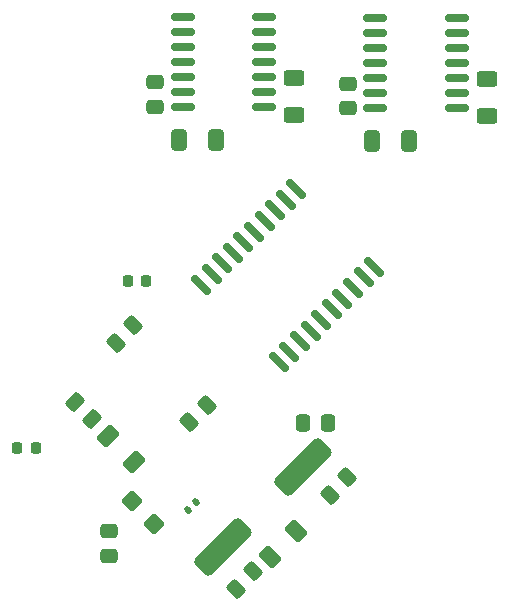
<source format=gbr>
%TF.GenerationSoftware,KiCad,Pcbnew,(6.0.6)*%
%TF.CreationDate,2022-11-26T14:51:24+01:00*%
%TF.ProjectId,wt,77742e6b-6963-4616-945f-706362585858,rev?*%
%TF.SameCoordinates,Original*%
%TF.FileFunction,Paste,Top*%
%TF.FilePolarity,Positive*%
%FSLAX46Y46*%
G04 Gerber Fmt 4.6, Leading zero omitted, Abs format (unit mm)*
G04 Created by KiCad (PCBNEW (6.0.6)) date 2022-11-26 14:51:24*
%MOMM*%
%LPD*%
G01*
G04 APERTURE LIST*
G04 Aperture macros list*
%AMRoundRect*
0 Rectangle with rounded corners*
0 $1 Rounding radius*
0 $2 $3 $4 $5 $6 $7 $8 $9 X,Y pos of 4 corners*
0 Add a 4 corners polygon primitive as box body*
4,1,4,$2,$3,$4,$5,$6,$7,$8,$9,$2,$3,0*
0 Add four circle primitives for the rounded corners*
1,1,$1+$1,$2,$3*
1,1,$1+$1,$4,$5*
1,1,$1+$1,$6,$7*
1,1,$1+$1,$8,$9*
0 Add four rect primitives between the rounded corners*
20,1,$1+$1,$2,$3,$4,$5,0*
20,1,$1+$1,$4,$5,$6,$7,0*
20,1,$1+$1,$6,$7,$8,$9,0*
20,1,$1+$1,$8,$9,$2,$3,0*%
G04 Aperture macros list end*
%ADD10RoundRect,0.500000X-1.237437X-1.944544X1.944544X1.237437X1.237437X1.944544X-1.944544X-1.237437X0*%
%ADD11RoundRect,0.250000X0.412500X0.650000X-0.412500X0.650000X-0.412500X-0.650000X0.412500X-0.650000X0*%
%ADD12RoundRect,0.250000X-0.412500X-0.650000X0.412500X-0.650000X0.412500X0.650000X-0.412500X0.650000X0*%
%ADD13RoundRect,0.225000X0.225000X0.250000X-0.225000X0.250000X-0.225000X-0.250000X0.225000X-0.250000X0*%
%ADD14RoundRect,0.250000X0.475000X-0.337500X0.475000X0.337500X-0.475000X0.337500X-0.475000X-0.337500X0*%
%ADD15RoundRect,0.250000X-0.475000X0.337500X-0.475000X-0.337500X0.475000X-0.337500X0.475000X0.337500X0*%
%ADD16RoundRect,0.225000X-0.225000X-0.250000X0.225000X-0.250000X0.225000X0.250000X-0.225000X0.250000X0*%
%ADD17RoundRect,0.250000X0.724784X0.159099X0.159099X0.724784X-0.724784X-0.159099X-0.159099X-0.724784X0*%
%ADD18RoundRect,0.250000X0.097227X-0.574524X0.574524X-0.097227X-0.097227X0.574524X-0.574524X0.097227X0*%
%ADD19RoundRect,0.250000X-0.625000X0.400000X-0.625000X-0.400000X0.625000X-0.400000X0.625000X0.400000X0*%
%ADD20RoundRect,0.150000X-0.724784X0.512652X0.512652X-0.724784X0.724784X-0.512652X-0.512652X0.724784X0*%
%ADD21RoundRect,0.140000X0.021213X-0.219203X0.219203X-0.021213X-0.021213X0.219203X-0.219203X0.021213X0*%
%ADD22RoundRect,0.250000X0.159099X-0.724784X0.724784X-0.159099X-0.159099X0.724784X-0.724784X0.159099X0*%
%ADD23RoundRect,0.150000X0.837500X0.150000X-0.837500X0.150000X-0.837500X-0.150000X0.837500X-0.150000X0*%
%ADD24RoundRect,0.250000X-0.574524X-0.097227X-0.097227X-0.574524X0.574524X0.097227X0.097227X0.574524X0*%
%ADD25RoundRect,0.250000X-0.097227X0.574524X-0.574524X0.097227X0.097227X-0.574524X0.574524X-0.097227X0*%
%ADD26RoundRect,0.250000X0.618718X-0.017678X-0.017678X0.618718X-0.618718X0.017678X0.017678X-0.618718X0*%
%ADD27RoundRect,0.250000X-0.337500X-0.475000X0.337500X-0.475000X0.337500X0.475000X-0.337500X0.475000X0*%
G04 APERTURE END LIST*
D10*
%TO.C,Y1*%
X42452208Y44113163D03*
X49169722Y50830677D03*
%TD*%
D11*
%TO.C,C8*%
X58153700Y78460600D03*
X55028700Y78460600D03*
%TD*%
D12*
%TO.C,C9*%
X38706637Y78511400D03*
X41831637Y78511400D03*
%TD*%
D13*
%TO.C,C4*%
X26581400Y52476400D03*
X25031400Y52476400D03*
%TD*%
D14*
%TO.C,C17*%
X53035200Y81258500D03*
X53035200Y83333500D03*
%TD*%
D15*
%TO.C,C35*%
X32816800Y45411300D03*
X32816800Y43336300D03*
%TD*%
D16*
%TO.C,C5*%
X34378600Y66649600D03*
X35928600Y66649600D03*
%TD*%
D17*
%TO.C,R4*%
X34878016Y51329584D03*
X32685984Y53521616D03*
%TD*%
D18*
%TO.C,C36*%
X33378577Y61394777D03*
X34845823Y62862023D03*
%TD*%
D19*
%TO.C,R12*%
X64770000Y83719000D03*
X64770000Y80619000D03*
%TD*%
D20*
%TO.C,U7*%
X48657469Y74385162D03*
X47759443Y73487136D03*
X46861417Y72589111D03*
X45963392Y71691085D03*
X45065366Y70793059D03*
X44167341Y69895034D03*
X43269315Y68997008D03*
X42371289Y68098983D03*
X41473264Y67200957D03*
X40575238Y66302931D03*
X47151331Y59726838D03*
X48049357Y60624864D03*
X48947383Y61522889D03*
X49845408Y62420915D03*
X50743434Y63318941D03*
X51641459Y64216966D03*
X52539485Y65114992D03*
X53437511Y66013017D03*
X54335536Y66911043D03*
X55233562Y67809069D03*
%TD*%
D19*
%TO.C,R11*%
X48437800Y83769800D03*
X48437800Y80669800D03*
%TD*%
D21*
%TO.C,C6*%
X39436989Y47209389D03*
X40115811Y47888211D03*
%TD*%
D22*
%TO.C,R2*%
X46452784Y43252384D03*
X48644816Y45444416D03*
%TD*%
D23*
%TO.C,U6*%
X62263500Y81254600D03*
X62263500Y82524600D03*
X62263500Y83794600D03*
X62263500Y85064600D03*
X62263500Y86334600D03*
X62263500Y87604600D03*
X62263500Y88874600D03*
X55338500Y88874600D03*
X55338500Y87604600D03*
X55338500Y86334600D03*
X55338500Y85064600D03*
X55338500Y83794600D03*
X55338500Y82524600D03*
X55338500Y81254600D03*
%TD*%
D24*
%TO.C,C34*%
X29873377Y56359623D03*
X31340623Y54892377D03*
%TD*%
D25*
%TO.C,C33*%
X41043423Y56131023D03*
X39576177Y54663777D03*
%TD*%
D26*
%TO.C,C7*%
X36616194Y46060806D03*
X34707006Y47969994D03*
%TD*%
D25*
%TO.C,C2*%
X44980423Y42034023D03*
X43513177Y40566777D03*
%TD*%
D14*
%TO.C,C23*%
X36703000Y81360100D03*
X36703000Y83435100D03*
%TD*%
D27*
%TO.C,C43*%
X49229100Y54610000D03*
X51304100Y54610000D03*
%TD*%
D18*
%TO.C,C1*%
X51507826Y48519798D03*
X52975072Y49987044D03*
%TD*%
D23*
%TO.C,U5*%
X45941437Y81305400D03*
X45941437Y82575400D03*
X45941437Y83845400D03*
X45941437Y85115400D03*
X45941437Y86385400D03*
X45941437Y87655400D03*
X45941437Y88925400D03*
X39016437Y88925400D03*
X39016437Y87655400D03*
X39016437Y86385400D03*
X39016437Y85115400D03*
X39016437Y83845400D03*
X39016437Y82575400D03*
X39016437Y81305400D03*
%TD*%
M02*

</source>
